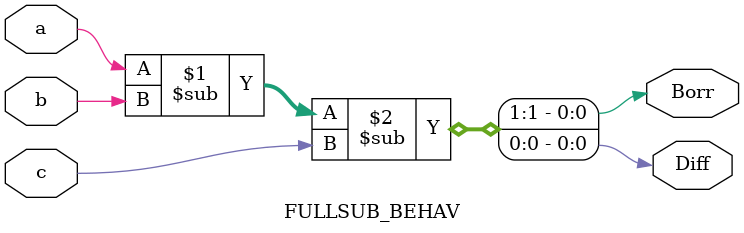
<source format=v>
module FULLSUB_BEHAV
(
input a,b,c,
output Borr,Diff
);

assign{Borr,Diff}=a-b-c;
endmodule

</source>
